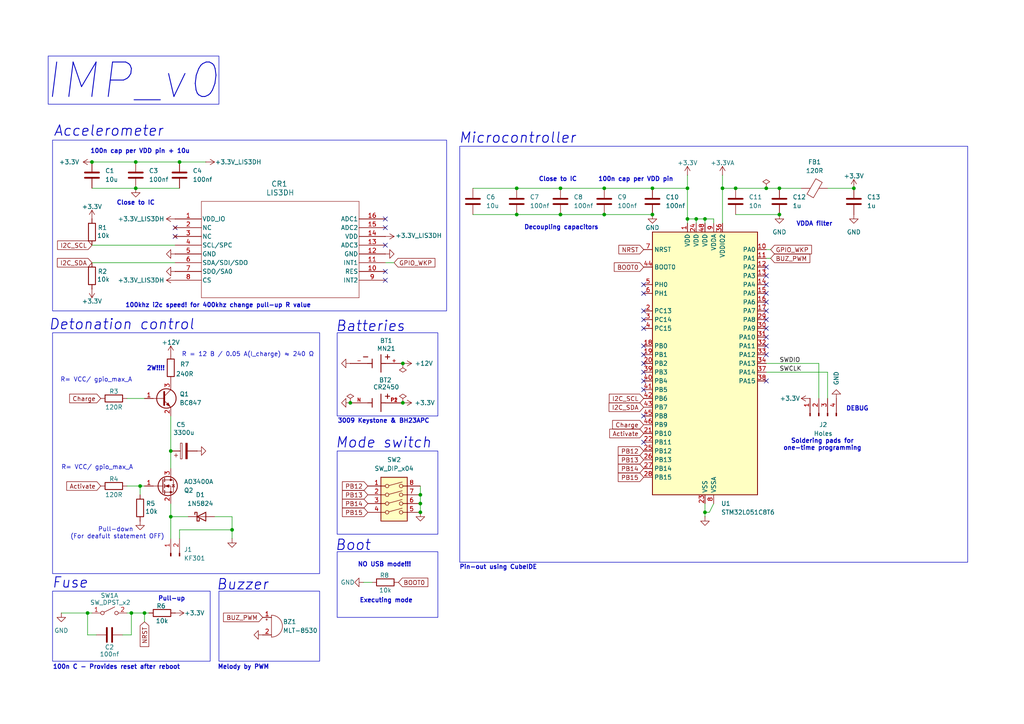
<source format=kicad_sch>
(kicad_sch (version 20250114) (generator "eeschema") (generator_version "9.0")
  (paper "A4")
  (lib_symbols
    (symbol "CR2450 holder:3009" (pin_names (offset 1.016))
      (property "Reference" "BT" (at -3.81 3.81 0))
      (property "Value" "3009" (at -3.81 -5.08 0))
      (symbol "3009_0_0"
        (polyline (pts (xy -3.81 1.905) (xy -2.54 1.905)) (stroke (width 0.254)))
        (polyline (pts (xy -3.175 2.54) (xy -3.175 1.27)) (stroke (width 0.254)))
        (polyline (pts (xy -1.27 2.54) (xy -1.27 -2.54)) (stroke (width 0.254)))
        (polyline (pts (xy -1.27 0) (xy -2.54 0)) (stroke (width 0.254)))
        (polyline (pts (xy 1.27 1.27) (xy 1.27 -1.27)) (stroke (width 0.254)))
        (polyline (pts (xy 1.27 0) (xy 2.54 0)) (stroke (width 0.254)))
        (pin passive line (at -7.62 0 0) (length 5.08) (name "~") (number "P1"))
        (pin passive line (at -7.62 0 0) (length 5.08) (name "~") (number "P2"))
        (pin passive line (at 7.62 0 180) (length 5.08) (name "~") (number "N"))
      )
    )
    (symbol "Connector:Conn_01x02_Pin" (pin_names (offset 1.016) (hide yes))
      (property "Reference" "J" (at 0 2.54 0))
      (property "Value" "Conn_01x02_Pin" (at 0 -5.08 0))
      (symbol "Conn_01x02_Pin_1_1"
        (rectangle (start 0.8636 0.127) (end 0 -0.127) (stroke (width 0.1524)) (fill (type outline)))
        (rectangle (start 0.8636 -2.413) (end 0 -2.667) (stroke (width 0.1524)) (fill (type outline)))
        (polyline (pts (xy 1.27 0) (xy 0.8636 0)) (stroke (width 0.1524)))
        (polyline (pts (xy 1.27 -2.54) (xy 0.8636 -2.54)) (stroke (width 0.1524)))
        (pin passive line (at 5.08 0 180) (length 3.81) (name "Pin_1") (number "1"))
        (pin passive line (at 5.08 -2.54 180) (length 3.81) (name "Pin_2") (number "2"))
      )
    )
    (symbol "Connector:Conn_01x04_Pin" (pin_names (offset 1.016) (hide yes))
      (property "Reference" "J" (at 0 5.08 0))
      (property "Value" "Conn_01x04_Pin" (at 0 -7.62 0))
      (symbol "Conn_01x04_Pin_1_1"
        (rectangle (start 0.8636 2.667) (end 0 2.413) (stroke (width 0.1524)) (fill (type outline)))
        (rectangle (start 0.8636 0.127) (end 0 -0.127) (stroke (width 0.1524)) (fill (type outline)))
        (rectangle (start 0.8636 -2.413) (end 0 -2.667) (stroke (width 0.1524)) (fill (type outline)))
        (rectangle (start 0.8636 -4.953) (end 0 -5.207) (stroke (width 0.1524)) (fill (type outline)))
        (polyline (pts (xy 1.27 2.54) (xy 0.8636 2.54)) (stroke (width 0.1524)))
        (polyline (pts (xy 1.27 0) (xy 0.8636 0)) (stroke (width 0.1524)))
        (polyline (pts (xy 1.27 -2.54) (xy 0.8636 -2.54)) (stroke (width 0.1524)))
        (polyline (pts (xy 1.27 -5.08) (xy 0.8636 -5.08)) (stroke (width 0.1524)))
        (pin passive line (at 5.08 2.54 180) (length 3.81) (name "Pin_1") (number "1"))
        (pin passive line (at 5.08 0 180) (length 3.81) (name "Pin_2") (number "2"))
        (pin passive line (at 5.08 -2.54 180) (length 3.81) (name "Pin_3") (number "3"))
        (pin passive line (at 5.08 -5.08 180) (length 3.81) (name "Pin_4") (number "4"))
      )
    )
    (symbol "Device:Buzzer" (pin_names (offset 0.0254) (hide yes))
      (property "Reference" "BZ" (at 3.81 1.27 0))
      (property "Value" "Buzzer" (at 3.81 -1.27 0))
      (symbol "Buzzer_0_1"
        (polyline (pts (xy -1.651 1.905) (xy -1.143 1.905)))
        (polyline (pts (xy -1.397 2.159) (xy -1.397 1.651)))
        (arc (start 0 3.175) (mid 3.1612 0) (end 0 -3.175))
        (polyline (pts (xy 0 3.175) (xy 0 -3.175)))
      )
      (symbol "Buzzer_1_1"
        (pin passive line (at -2.54 2.54 0) (length 2.54) (name "+") (number "1"))
        (pin passive line (at -2.54 -2.54 0) (length 2.54) (name "-") (number "2"))
      )
    )
    (symbol "Device:C" (pin_numbers (hide yes)) (pin_names (offset 0.254))
      (property "Reference" "C" (at 0.635 2.54 0))
      (property "Value" "C" (at 0.635 -2.54 0))
      (symbol "C_0_1"
        (polyline (pts (xy -2.032 0.762) (xy 2.032 0.762)) (stroke (width 0.508)))
        (polyline (pts (xy -2.032 -0.762) (xy 2.032 -0.762)) (stroke (width 0.508)))
      )
      (symbol "C_1_1"
        (pin passive line (at 0 3.81 270) (length 2.794) (name "~") (number "1"))
        (pin passive line (at 0 -3.81 90) (length 2.794) (name "~") (number "2"))
      )
    )
    (symbol "Device:C_Polarized" (pin_numbers (hide yes)) (pin_names (offset 0.254))
      (property "Reference" "C" (at 0.635 2.54 0))
      (property "Value" "C_Polarized" (at 0.635 -2.54 0))
      (symbol "C_Polarized_0_1"
        (rectangle (start -2.286 0.508) (end 2.286 1.016))
        (polyline (pts (xy -1.778 2.286) (xy -0.762 2.286)))
        (polyline (pts (xy -1.27 2.794) (xy -1.27 1.778)))
        (rectangle (start 2.286 -0.508) (end -2.286 -1.016) (fill (type outline)))
      )
      (symbol "C_Polarized_1_1"
        (pin passive line (at 0 3.81 270) (length 2.794) (name "~") (number "1"))
        (pin passive line (at 0 -3.81 90) (length 2.794) (name "~") (number "2"))
      )
    )
    (symbol "Device:FerriteBead" (pin_numbers (hide yes)) (pin_names (offset 0))
      (property "Reference" "FB" (at -3.81 0.635 90))
      (property "Value" "FerriteBead" (at 3.81 0 90))
      (symbol "FerriteBead_0_1"
        (polyline (pts (xy -2.7686 0.4064) (xy -1.7018 2.2606) (xy 2.7686 -0.3048) (xy 1.6764 -2.159) (xy -2.7686 0.4064)))
        (polyline (pts (xy 0 1.27) (xy 0 1.2954)))
        (polyline (pts (xy 0 -1.27) (xy 0 -1.2192)))
      )
      (symbol "FerriteBead_1_1"
        (pin passive line (at 0 3.81 270) (length 2.54) (name "~") (number "1"))
        (pin passive line (at 0 -3.81 90) (length 2.54) (name "~") (number "2"))
      )
    )
    (symbol "Device:R" (pin_numbers (hide yes)) (pin_names (offset 0))
      (property "Reference" "R" (at 2.032 0 90))
      (property "Value" "R" (at 0 0 90))
      (symbol "R_0_1"
        (rectangle (start -1.016 -2.54) (end 1.016 2.54) (stroke (width 0.254)))
      )
      (symbol "R_1_1"
        (pin passive line (at 0 3.81 270) (length 1.27) (name "~") (number "1"))
        (pin passive line (at 0 -3.81 90) (length 1.27) (name "~") (number "2"))
      )
    )
    (symbol "Diode:1N5822" (pin_numbers (hide yes)) (pin_names (offset 1.016) (hide yes))
      (property "Reference" "D" (at 0 2.54 0))
      (property "Value" "1N5822" (at 0 -2.54 0))
      (symbol "1N5822_0_1"
        (polyline (pts (xy -1.905 0.635) (xy -1.905 1.27) (xy -1.27 1.27) (xy -1.27 -1.27) (xy -0.635 -1.27) (xy -0.635 -0.635)) (stroke (width 0.254)))
        (polyline (pts (xy 1.27 1.27) (xy 1.27 -1.27) (xy -1.27 0) (xy 1.27 1.27)) (stroke (width 0.254)))
        (polyline (pts (xy 1.27 0) (xy -1.27 0)))
      )
      (symbol "1N5822_1_1"
        (pin passive line (at -3.81 0 0) (length 2.54) (name "K") (number "1"))
        (pin passive line (at 3.81 0 180) (length 2.54) (name "A") (number "2"))
      )
    )
    (symbol "IMP_LIB_SYM:BH23APC" (pin_names (offset 1.016))
      (property "Reference" "BT" (at -3.81 3.81 0))
      (property "Value" "BH23APC" (at -3.81 -5.08 0))
      (symbol "BH23APC_0_0"
        (polyline (pts (xy -3.81 1.905) (xy -2.54 1.905)) (stroke (width 0.254)))
        (polyline (pts (xy -3.175 2.54) (xy -3.175 1.27)) (stroke (width 0.254)))
        (polyline (pts (xy -1.27 2.54) (xy -1.27 0)) (stroke (width 0.254)))
        (polyline (pts (xy -1.27 0) (xy -2.54 0)) (stroke (width 0.254)))
        (polyline (pts (xy -1.27 0) (xy -1.27 -2.54)) (stroke (width 0.254)))
        (polyline (pts (xy 1.27 1.27) (xy 1.27 0)) (stroke (width 0.254)))
        (polyline (pts (xy 1.27 0) (xy 1.27 -1.27)) (stroke (width 0.254)))
        (polyline (pts (xy 1.27 0) (xy 2.54 0)) (stroke (width 0.254)))
        (polyline (pts (xy 2.54 1.905) (xy 3.81 1.905)) (stroke (width 0.254)))
        (pin passive line (at -7.62 0 0) (length 5.08) (name "~") (number "+"))
        (pin passive line (at 7.62 0 180) (length 5.08) (name "~") (number "-"))
      )
    )
    (symbol "LIS3DH:LIS3DH" (pin_names (offset 0.254))
      (property "Reference" "CR?" (at 30.226 10.16 0))
      (property "Value" "LIS3DH" (at 30.48 7.62 0))
      (symbol "LIS3DH_0_1"
        (polyline (pts (xy 7.62 5.08) (xy 7.62 -22.86)) (stroke (width 0.127)))
        (polyline (pts (xy 7.62 -22.86) (xy 53.34 -22.86)) (stroke (width 0.127)))
        (polyline (pts (xy 53.34 5.08) (xy 7.62 5.08)) (stroke (width 0.127)))
        (polyline (pts (xy 53.34 -22.86) (xy 53.34 5.08)) (stroke (width 0.127)))
        (pin power_in line (at 0 0 0) (length 7.62) (name "VDD_IO") (number "1"))
        (pin no_connect line (at 0 -2.54 0) (length 7.62) (name "NC") (number "2"))
        (pin no_connect line (at 0 -5.08 0) (length 7.62) (name "NC") (number "3"))
        (pin unspecified line (at 0 -7.62 0) (length 7.62) (name "SCL/SPC") (number "4"))
        (pin power_in line (at 0 -10.16 0) (length 7.62) (name "GND") (number "5"))
        (pin unspecified line (at 0 -12.7 0) (length 7.62) (name "SDA/SDI/SDO") (number "6"))
        (pin unspecified line (at 0 -15.24 0) (length 7.62) (name "SDO/SA0") (number "7"))
        (pin unspecified line (at 0 -17.78 0) (length 7.62) (name "CS") (number "8"))
        (pin input line (at 60.96 0 180) (length 7.62) (name "ADC1") (number "16"))
        (pin input line (at 60.96 -2.54 180) (length 7.62) (name "ADC2") (number "15"))
        (pin input line (at 60.96 -7.62 180) (length 7.62) (name "ADC3") (number "13"))
        (pin power_in line (at 60.96 -10.16 180) (length 7.62) (name "GND") (number "12"))
        (pin unspecified line (at 60.96 -12.7 180) (length 7.62) (name "INT1") (number "11"))
        (pin unspecified line (at 60.96 -15.24 180) (length 7.62) (name "RES") (number "10"))
        (pin unspecified line (at 60.96 -17.78 180) (length 7.62) (name "INT2") (number "9"))
      )
      (symbol "LIS3DH_1_1"
        (pin power_in line (at 60.96 -5.08 180) (length 7.62) (name "VDD") (number "14"))
      )
    )
    (symbol "MCU_ST_STM32L0:STM32L051C8Tx"
      (property "Reference" "U" (at -15.24 39.37 0))
      (property "Value" "STM32L051C8Tx" (at 7.62 39.37 0))
      (symbol "STM32L051C8Tx_0_1"
        (rectangle (start -15.24 -38.1) (end 15.24 38.1) (stroke (width 0.254)) (fill (type background)))
      )
      (symbol "STM32L051C8Tx_1_1"
        (pin input line (at -17.78 33.02 0) (length 2.54) (name "NRST") (number "7"))
        (pin input line (at -17.78 27.94 0) (length 2.54) (name "BOOT0") (number "44"))
        (pin bidirectional line (at -17.78 22.86 0) (length 2.54) (name "PH0") (number "5"))
        (pin bidirectional line (at -17.78 20.32 0) (length 2.54) (name "PH1") (number "6"))
        (pin bidirectional line (at -17.78 15.24 0) (length 2.54) (name "PC13") (number "2"))
        (pin bidirectional line (at -17.78 12.7 0) (length 2.54) (name "PC14") (number "3"))
        (pin bidirectional line (at -17.78 10.16 0) (length 2.54) (name "PC15") (number "4"))
        (pin bidirectional line (at -17.78 5.08 0) (length 2.54) (name "PB0") (number "18"))
        (pin bidirectional line (at -17.78 2.54 0) (length 2.54) (name "PB1") (number "19"))
        (pin bidirectional line (at -17.78 0 0) (length 2.54) (name "PB2") (number "20"))
        (pin bidirectional line (at -17.78 -2.54 0) (length 2.54) (name "PB3") (number "39"))
        (pin bidirectional line (at -17.78 -5.08 0) (length 2.54) (name "PB4") (number "40"))
        (pin bidirectional line (at -17.78 -7.62 0) (length 2.54) (name "PB5") (number "41"))
        (pin bidirectional line (at -17.78 -10.16 0) (length 2.54) (name "PB6") (number "42"))
        (pin bidirectional line (at -17.78 -12.7 0) (length 2.54) (name "PB7") (number "43"))
        (pin bidirectional line (at -17.78 -15.24 0) (length 2.54) (name "PB8") (number "45"))
        (pin bidirectional line (at -17.78 -17.78 0) (length 2.54) (name "PB9") (number "46"))
        (pin bidirectional line (at -17.78 -20.32 0) (length 2.54) (name "PB10") (number "21"))
        (pin bidirectional line (at -17.78 -22.86 0) (length 2.54) (name "PB11") (number "22"))
        (pin bidirectional line (at -17.78 -25.4 0) (length 2.54) (name "PB12") (number "25"))
        (pin bidirectional line (at -17.78 -27.94 0) (length 2.54) (name "PB13") (number "26"))
        (pin bidirectional line (at -17.78 -30.48 0) (length 2.54) (name "PB14") (number "27"))
        (pin bidirectional line (at -17.78 -33.02 0) (length 2.54) (name "PB15") (number "28"))
        (pin power_in line (at -5.08 40.64 270) (length 2.54) (name "VDD") (number "1"))
        (pin power_in line (at -2.54 40.64 270) (length 2.54) (name "VDD") (number "24"))
        (pin power_in line (at 0 40.64 270) (length 2.54) (name "VDD") (number "48"))
        (pin power_in line (at 0 -40.64 90) (length 2.54) (name "VSS") (number "23"))
        (pin passive line (at 0 -40.64 90) (length 2.54) (hide yes) (name "VSS") (number "35"))
        (pin passive line (at 0 -40.64 90) (length 2.54) (hide yes) (name "VSS") (number "47"))
        (pin power_in line (at 2.54 40.64 270) (length 2.54) (name "VDDA") (number "9"))
        (pin power_in line (at 2.54 -40.64 90) (length 2.54) (name "VSSA") (number "8"))
        (pin power_in line (at 5.08 40.64 270) (length 2.54) (name "VDDIO2") (number "36"))
        (pin bidirectional line (at 17.78 33.02 180) (length 2.54) (name "PA0") (number "10"))
        (pin bidirectional line (at 17.78 30.48 180) (length 2.54) (name "PA1") (number "11"))
        (pin bidirectional line (at 17.78 27.94 180) (length 2.54) (name "PA2") (number "12"))
        (pin bidirectional line (at 17.78 25.4 180) (length 2.54) (name "PA3") (number "13"))
        (pin bidirectional line (at 17.78 22.86 180) (length 2.54) (name "PA4") (number "14"))
        (pin bidirectional line (at 17.78 20.32 180) (length 2.54) (name "PA5") (number "15"))
        (pin bidirectional line (at 17.78 17.78 180) (length 2.54) (name "PA6") (number "16"))
        (pin bidirectional line (at 17.78 15.24 180) (length 2.54) (name "PA7") (number "17"))
        (pin bidirectional line (at 17.78 12.7 180) (length 2.54) (name "PA8") (number "29"))
        (pin bidirectional line (at 17.78 10.16 180) (length 2.54) (name "PA9") (number "30"))
        (pin bidirectional line (at 17.78 7.62 180) (length 2.54) (name "PA10") (number "31"))
        (pin bidirectional line (at 17.78 5.08 180) (length 2.54) (name "PA11") (number "32"))
        (pin bidirectional line (at 17.78 2.54 180) (length 2.54) (name "PA12") (number "33"))
        (pin bidirectional line (at 17.78 0 180) (length 2.54) (name "PA13") (number "34"))
        (pin bidirectional line (at 17.78 -2.54 180) (length 2.54) (name "PA14") (number "37"))
        (pin bidirectional line (at 17.78 -5.08 180) (length 2.54) (name "PA15") (number "38"))
      )
    )
    (symbol "Switch:SW_DIP_x04" (pin_names (offset 0) (hide yes))
      (property "Reference" "SW" (at 0 8.89 0))
      (property "Value" "SW_DIP_x04" (at 0 -6.35 0))
      (symbol "SW_DIP_x04_0_0"
        (circle (center -2.032 5.08) (radius 0.508))
        (circle (center -2.032 2.54) (radius 0.508))
        (circle (center -2.032 0) (radius 0.508))
        (circle (center -2.032 -2.54) (radius 0.508))
        (polyline (pts (xy -1.524 5.207) (xy 2.3622 6.2484)))
        (polyline (pts (xy -1.524 2.667) (xy 2.3622 3.7084)))
        (polyline (pts (xy -1.524 0.127) (xy 2.3622 1.1684)))
        (polyline (pts (xy -1.524 -2.3876) (xy 2.3622 -1.3462)))
        (circle (center 2.032 5.08) (radius 0.508))
        (circle (center 2.032 2.54) (radius 0.508))
        (circle (center 2.032 0) (radius 0.508))
        (circle (center 2.032 -2.54) (radius 0.508))
      )
      (symbol "SW_DIP_x04_0_1"
        (rectangle (start -3.81 7.62) (end 3.81 -5.08) (stroke (width 0.254)) (fill (type background)))
      )
      (symbol "SW_DIP_x04_1_1"
        (pin passive line (at -7.62 5.08 0) (length 5.08) (name "~") (number "1"))
        (pin passive line (at -7.62 2.54 0) (length 5.08) (name "~") (number "2"))
        (pin passive line (at -7.62 0 0) (length 5.08) (name "~") (number "3"))
        (pin passive line (at -7.62 -2.54 0) (length 5.08) (name "~") (number "4"))
        (pin passive line (at 7.62 5.08 180) (length 5.08) (name "~") (number "8"))
        (pin passive line (at 7.62 2.54 180) (length 5.08) (name "~") (number "7"))
        (pin passive line (at 7.62 0 180) (length 5.08) (name "~") (number "6"))
        (pin passive line (at 7.62 -2.54 180) (length 5.08) (name "~") (number "5"))
      )
    )
    (symbol "Switch:SW_DPST_x2" (pin_names (offset 0) (hide yes))
      (property "Reference" "SW" (at 0 3.175 0))
      (property "Value" "SW_DPST_x2" (at 0 -2.54 0))
      (symbol "SW_DPST_x2_0_0"
        (circle (center -2.032 0) (radius 0.508))
        (polyline (pts (xy -1.524 0.254) (xy 1.524 1.778)))
        (circle (center 2.032 0) (radius 0.508))
      )
      (symbol "SW_DPST_x2_1_1"
        (pin passive line (at -5.08 0 0) (length 2.54) (name "A") (number "1"))
        (pin passive line (at 5.08 0 180) (length 2.54) (name "B") (number "2"))
      )
      (symbol "SW_DPST_x2_2_1"
        (pin passive line (at -5.08 0 0) (length 2.54) (name "A") (number "3"))
        (pin passive line (at 5.08 0 180) (length 2.54) (name "B") (number "4"))
      )
    )
    (symbol "Transistor_BJT:BC847" (pin_names (offset 0) (hide yes))
      (property "Reference" "Q" (at 5.08 1.905 0))
      (property "Value" "BC847" (at 5.08 0 0))
      (symbol "BC847_0_1"
        (polyline (pts (xy -2.54 0) (xy 0.635 0)))
        (polyline (pts (xy 0.635 1.905) (xy 0.635 -1.905)) (stroke (width 0.508)))
        (circle (center 1.27 0) (radius 2.8194) (stroke (width 0.254)))
      )
      (symbol "BC847_1_1"
        (polyline (pts (xy 0.635 0.635) (xy 2.54 2.54)))
        (polyline (pts (xy 0.635 -0.635) (xy 2.54 -2.54)))
        (polyline (pts (xy 1.27 -1.778) (xy 1.778 -1.27) (xy 2.286 -2.286) (xy 1.27 -1.778)) (fill (type outline)))
        (pin input line (at -5.08 0 0) (length 2.54) (name "B") (number "1"))
        (pin passive line (at 2.54 5.08 270) (length 2.54) (name "C") (number "3"))
        (pin passive line (at 2.54 -5.08 90) (length 2.54) (name "E") (number "2"))
      )
    )
    (symbol "Transistor_FET:AO3400A" (pin_names (offset 0) (hide yes))
      (property "Reference" "Q" (at 5.08 1.905 0))
      (property "Value" "AO3400A" (at 5.08 0 0))
      (symbol "AO3400A_0_1"
        (polyline (pts (xy 0.254 1.905) (xy 0.254 -1.905)) (stroke (width 0.254)))
        (polyline (pts (xy 0.254 0) (xy -2.54 0)))
        (polyline (pts (xy 0.762 2.286) (xy 0.762 1.27)) (stroke (width 0.254)))
        (polyline (pts (xy 0.762 0.508) (xy 0.762 -0.508)) (stroke (width 0.254)))
        (polyline (pts (xy 0.762 -1.27) (xy 0.762 -2.286)) (stroke (width 0.254)))
        (polyline (pts (xy 0.762 -1.778) (xy 3.302 -1.778) (xy 3.302 1.778) (xy 0.762 1.778)))
        (polyline (pts (xy 1.016 0) (xy 2.032 0.381) (xy 2.032 -0.381) (xy 1.016 0)) (fill (type outline)))
        (circle (center 1.651 0) (radius 2.794) (stroke (width 0.254)))
        (polyline (pts (xy 2.54 2.54) (xy 2.54 1.778)))
        (circle (center 2.54 1.778) (radius 0.254) (fill (type outline)))
        (circle (center 2.54 -1.778) (radius 0.254) (fill (type outline)))
        (polyline (pts (xy 2.54 -2.54) (xy 2.54 0) (xy 0.762 0)))
        (polyline (pts (xy 2.921 0.381) (xy 3.683 0.381)))
        (polyline (pts (xy 3.302 0.381) (xy 2.921 -0.254) (xy 3.683 -0.254) (xy 3.302 0.381)))
      )
      (symbol "AO3400A_1_1"
        (pin input line (at -5.08 0 0) (length 2.54) (name "G") (number "1"))
        (pin passive line (at 2.54 5.08 270) (length 2.54) (name "D") (number "3"))
        (pin passive line (at 2.54 -5.08 90) (length 2.54) (name "S") (number "2"))
      )
    )
    (symbol "power:+3.3V" (power) (pin_numbers (hide yes)) (pin_names (offset 0) (hide yes))
      (property "Value" "+3.3V" (at 0 3.556 0))
      (symbol "+3.3V_0_1"
        (polyline (pts (xy -0.762 1.27) (xy 0 2.54)))
        (polyline (pts (xy 0 2.54) (xy 0.762 1.27)))
        (polyline (pts (xy 0 0) (xy 0 2.54)))
      )
      (symbol "+3.3V_1_1"
        (pin power_in line (at 0 0 90) (length 0) (name "~") (number "1"))
      )
    )
    (symbol "power:+3.3VA" (power) (pin_numbers (hide yes)) (pin_names (offset 0) (hide yes))
      (property "Value" "+3.3VA" (at 0 3.556 0))
      (symbol "+3.3VA_0_1"
        (polyline (pts (xy -0.762 1.27) (xy 0 2.54)))
        (polyline (pts (xy 0 2.54) (xy 0.762 1.27)))
        (polyline (pts (xy 0 0) (xy 0 2.54)))
      )
      (symbol "+3.3VA_1_1"
        (pin power_in line (at 0 0 90) (length 0) (name "~") (number "1"))
      )
    )
    (symbol "power:GND" (power) (pin_numbers (hide yes)) (pin_names (offset 0) (hide yes))
      (property "Value" "GND" (at 0 -3.81 0))
      (symbol "GND_0_1"
        (polyline (pts (xy 0 0) (xy 0 -1.27) (xy 1.27 -1.27) (xy 0 -2.54) (xy -1.27 -1.27) (xy 0 -1.27)))
      )
      (symbol "GND_1_1"
        (pin power_in line (at 0 0 270) (length 0) (name "~") (number "1"))
      )
    )
    (symbol "power:PWR_FLAG" (power) (pin_numbers (hide yes)) (pin_names (offset 0) (hide yes))
      (property "Value" "PWR_FLAG" (at 0 3.81 0))
      (symbol "PWR_FLAG_0_0"
        (pin power_out line (at 0 0 90) (length 0) (name "~") (number "1"))
      )
      (symbol "PWR_FLAG_0_1"
        (polyline (pts (xy 0 0) (xy 0 1.27) (xy -1.016 1.905) (xy 0 2.54) (xy 1.016 1.905) (xy 0 1.27)))
      )
    )
  )
  (rectangle (start 97.79 160.02) (end 127 179.07))
  (rectangle (start 97.79 130.81) (end 127 154.94))
  (rectangle (start 13.97 16.256) (end 63.5 30.226))
  (rectangle (start 133.35 42.418) (end 280.67 163.068))
  (rectangle (start 97.79 96.52) (end 127 120.65))
  (rectangle (start 15.24 171.45) (end 60.96 191.77))
  (rectangle (start 15.24 40.64) (end 129.54 90.17))
  (rectangle (start 15.24 96.52) (end 92.71 166.37))
  (rectangle (start 63.5 171.45) (end 92.71 191.77))
  (text "IMP_v0" (at 38.354 23.622 0) (effects (font (size 10 10) (thickness 0.254) (bold yes) (italic yes))))
  (text "DEBUG" (at 248.666 118.618 0) (effects (font (size 1.27 1.27) (thickness 0.254) (bold yes))))
  (text "Accelerometer" (at 31.496 38.1 0) (effects (font (size 3 3) (thickness 0.254) (bold yes) (italic yes))))
  (text "Melody by PWM" (at 70.612 193.548 0) (effects (font (size 1.27 1.27) (thickness 0.254) (bold yes))))
  (text "R= VCC/ gpio_max_A" (at 28.194 135.636 0) (effects (font (size 1.27 1.27))))
  (text "R = 12 В / 0.05 А(I_charge) ≈ 240 Ω " (at 72.39 102.87 0) (effects (font (size 1.27 1.27))))
  (text "Pull-up\n" (at 49.784 173.736 0) (effects (font (size 1.27 1.27) (thickness 0.254) (bold yes))))
  (text "Decoupling capacitors" (at 162.814 66.04 0) (effects (font (size 1.27 1.27) (thickness 0.254) (bold yes))))
  (text "Mode switch" (at 111.252 128.524 0) (effects (font (size 3 3) (thickness 0.254) (bold yes) (italic yes))))
  (text "100khz i2c speed! for 400khz change pull-up R value " (at 63.754 88.646 0) (effects (font (size 1.27 1.27) (thickness 0.254) (bold yes))))
  (text "Soldering pads for \none-time programming " (at 239.014 129.032 0) (effects (font (size 1.27 1.27) (thickness 0.254) (bold yes))))
  (text "R= VCC/ gpio_max_A" (at 27.9333 110.2282 0) (effects (font (size 1.27 1.27))))
  (text "2W!!!!" (at 45.212 106.934 0) (effects (font (size 1.27 1.27) (thickness 0.254) (bold yes))))
  (text "Detonation control" (at 35.306 94.234 0) (effects (font (size 3 3) (thickness 0.254) (bold yes) (italic yes))))
  (text "Boot\n" (at 102.362 158.242 0) (effects (font (size 3 3) (thickness 0.254) (bold yes) (italic yes))))
  (text "Executing mode\n" (at 112.014 174.244 0) (effects (font (size 1.27 1.27) (thickness 0.254) (bold yes))))
  (text "Pin-out using CubeIDE" (at 144.526 164.592 0) (effects (font (size 1.27 1.27) (thickness 0.254) (bold yes))))
  (text "NO USB mode!!! " (at 112.014 163.83 0) (effects (font (size 1.27 1.27) (thickness 0.254) (bold yes))))
  (text "100n cap per VDD pin" (at 184.404 52.07 0) (effects (font (size 1.27 1.27) (thickness 0.254) (bold yes))))
  (text "Buzzer" (at 70.358 169.672 0) (effects (font (size 3 3) (thickness 0.254) (bold yes) (italic yes))))
  (text "3009 Keystone & BH23APC" (at 111.252 122.174 0) (effects (font (size 1.27 1.27) (thickness 0.254) (bold yes))))
  (text "Fuse\n" (at 20.32 169.164 0) (effects (font (size 3 3) (thickness 0.254) (bold yes) (italic yes))))
  (text "Batteries" (at 107.442 94.742 0) (effects (font (size 3 3) (thickness 0.254) (bold yes) (italic yes))))
  (text "VDDA filter" (at 236.22 65.024 0) (effects (font (size 1.27 1.27) (thickness 0.254) (bold yes))))
  (text "100n cap per VDD pin + 10u\n" (at 40.64 43.942 0) (effects (font (size 1.27 1.27) (thickness 0.254) (bold yes))))
  (text "Close to IC" (at 39.37 58.928 0) (effects (font (size 1.27 1.27) (thickness 0.254) (bold yes))))
  (text "100n C - Provides reset after reboot" (at 33.782 193.548 0) (effects (font (size 1.27 1.27) (thickness 0.254) (bold yes))))
  (text "Pull-down \n(For deafult statement OFF)" (at 34.036 154.686 0) (effects (font (size 1.27 1.27))))
  (text "Close to IC" (at 161.798 52.07 0) (effects (font (size 1.27 1.27) (thickness 0.254) (bold yes))))
  (text "Microcontroller\n" (at 150.114 40.132 0) (effects (font (size 3 3) (thickness 0.254) (bold yes) (italic yes))))
  (junction (at 121.92 148.59))
  (junction (at 199.39 63.5))
  (junction (at 116.84 105.41))
  (junction (at 247.65 54.61))
  (junction (at 189.23 54.61))
  (junction (at 201.93 63.5))
  (junction (at 199.39 54.61))
  (junction (at 189.23 62.23))
  (junction (at 121.92 143.51))
  (junction (at 121.92 146.05))
  (junction (at 40.64 140.97))
  (junction (at 101.6 116.84))
  (junction (at 41.91 177.8))
  (junction (at 209.55 54.61))
  (junction (at 204.47 63.5))
  (junction (at 116.84 116.84))
  (junction (at 162.56 54.61))
  (junction (at 38.1 177.8))
  (junction (at 26.67 46.99))
  (junction (at 175.26 54.61))
  (junction (at 226.06 54.61))
  (junction (at 226.06 62.23))
  (junction (at 162.56 62.23))
  (junction (at 175.26 62.23))
  (junction (at 222.25 54.61))
  (junction (at 49.53 149.86))
  (junction (at 39.37 54.61))
  (junction (at 67.31 153.67))
  (junction (at 49.53 130.81))
  (junction (at 25.4 177.8))
  (junction (at 149.86 62.23))
  (junction (at 52.07 46.99))
  (junction (at 213.36 54.61))
  (junction (at 149.86 54.61))
  (junction (at 204.47 148.59))
  (junction (at 39.37 46.99))
  (no_connect (at 186.69 82.55))
  (no_connect (at 222.25 97.79))
  (no_connect (at 186.69 85.09))
  (no_connect (at 222.25 85.09))
  (no_connect (at 111.76 81.28))
  (no_connect (at 186.69 90.17))
  (no_connect (at 186.69 102.87))
  (no_connect (at 186.69 113.03))
  (no_connect (at 222.25 110.49))
  (no_connect (at 186.69 120.65))
  (no_connect (at 222.25 100.33))
  (no_connect (at 222.25 80.01))
  (no_connect (at 50.8 66.04))
  (no_connect (at 222.25 95.25))
  (no_connect (at 111.76 71.12))
  (no_connect (at 111.76 63.5))
  (no_connect (at 222.25 102.87))
  (no_connect (at 50.8 68.58))
  (no_connect (at 222.25 90.17))
  (no_connect (at 111.76 78.74))
  (no_connect (at 186.69 95.25))
  (no_connect (at 222.25 77.47))
  (no_connect (at 186.69 92.71))
  (no_connect (at 222.25 87.63))
  (no_connect (at 222.25 82.55))
  (no_connect (at 186.69 128.27))
  (no_connect (at 111.76 66.04))
  (no_connect (at 186.69 107.95))
  (no_connect (at 186.69 100.33))
  (no_connect (at 222.25 92.71))
  (no_connect (at 186.69 110.49))
  (no_connect (at 186.69 105.41))
  (wire (pts (xy 36.83 177.8) (xy 38.1 177.8)))
  (wire (pts (xy 213.36 54.61) (xy 222.25 54.61)))
  (wire (pts (xy 189.23 54.61) (xy 199.39 54.61)))
  (wire (pts (xy 59.69 46.99) (xy 52.07 46.99)))
  (wire (pts (xy 52.07 156.21) (xy 52.07 153.67)))
  (wire (pts (xy 162.56 54.61) (xy 175.26 54.61)))
  (wire (pts (xy 207.01 64.77) (xy 207.01 63.5)))
  (wire (pts (xy 39.37 54.61) (xy 26.67 54.61)))
  (wire (pts (xy 199.39 54.61) (xy 199.39 63.5)))
  (wire (pts (xy 207.01 63.5) (xy 204.47 63.5)))
  (wire (pts (xy 207.01 146.05) (xy 205.74 148.59)))
  (wire (pts (xy 49.53 135.89) (xy 49.53 130.81)))
  (wire (pts (xy 223.52 72.39) (xy 222.25 72.39)))
  (wire (pts (xy 41.91 180.34) (xy 41.91 177.8)))
  (wire (pts (xy 222.25 105.41) (xy 237.49 105.41)))
  (wire (pts (xy 36.83 140.97) (xy 40.64 140.97)))
  (wire (pts (xy 62.23 149.86) (xy 67.31 149.86)))
  (wire (pts (xy 39.37 54.61) (xy 52.07 54.61)))
  (wire (pts (xy 232.41 54.61) (xy 226.06 54.61)))
  (wire (pts (xy 175.26 62.23) (xy 162.56 62.23)))
  (wire (pts (xy 40.64 140.97) (xy 41.91 140.97)))
  (wire (pts (xy 35.56 184.15) (xy 38.1 184.15)))
  (wire (pts (xy 199.39 50.8) (xy 199.39 54.61)))
  (wire (pts (xy 17.78 177.8) (xy 25.4 177.8)))
  (wire (pts (xy 137.16 62.23) (xy 149.86 62.23)))
  (wire (pts (xy 204.47 146.05) (xy 204.47 148.59)))
  (wire (pts (xy 137.16 54.61) (xy 149.86 54.61)))
  (wire (pts (xy 121.92 148.59) (xy 121.92 146.05)))
  (wire (pts (xy 240.03 54.61) (xy 247.65 54.61)))
  (wire (pts (xy 213.36 54.61) (xy 209.55 54.61)))
  (wire (pts (xy 40.64 143.51) (xy 40.64 140.97)))
  (wire (pts (xy 209.55 54.61) (xy 209.55 50.8)))
  (wire (pts (xy 222.25 107.95) (xy 240.03 107.95)))
  (wire (pts (xy 114.3 76.2) (xy 111.76 76.2)))
  (wire (pts (xy 175.26 62.23) (xy 189.23 62.23)))
  (wire (pts (xy 49.53 120.65) (xy 49.53 130.81)))
  (wire (pts (xy 121.92 146.05) (xy 121.92 143.51)))
  (wire (pts (xy 237.49 105.41) (xy 237.49 115.57)))
  (wire (pts (xy 201.93 64.77) (xy 201.93 63.5)))
  (wire (pts (xy 26.67 71.12) (xy 50.8 71.12)))
  (wire (pts (xy 25.4 184.15) (xy 25.4 177.8)))
  (wire (pts (xy 107.95 168.91) (xy 105.41 168.91)))
  (wire (pts (xy 39.37 46.99) (xy 52.07 46.99)))
  (wire (pts (xy 226.06 62.23) (xy 213.36 62.23)))
  (wire (pts (xy 67.31 149.86) (xy 67.31 153.67)))
  (wire (pts (xy 204.47 64.77) (xy 204.47 63.5)))
  (wire (pts (xy 121.92 140.97) (xy 121.92 143.51)))
  (wire (pts (xy 240.03 107.95) (xy 240.03 115.57)))
  (wire (pts (xy 49.53 156.21) (xy 49.53 149.86)))
  (wire (pts (xy 25.4 177.8) (xy 26.67 177.8)))
  (wire (pts (xy 26.67 46.99) (xy 39.37 46.99)))
  (wire (pts (xy 43.18 177.8) (xy 41.91 177.8)))
  (wire (pts (xy 223.52 74.93) (xy 222.25 74.93)))
  (wire (pts (xy 27.94 184.15) (xy 25.4 184.15)))
  (wire (pts (xy 54.61 149.86) (xy 49.53 149.86)))
  (wire (pts (xy 199.39 64.77) (xy 199.39 63.5)))
  (wire (pts (xy 175.26 54.61) (xy 189.23 54.61)))
  (wire (pts (xy 204.47 148.59) (xy 204.47 149.86)))
  (wire (pts (xy 38.1 177.8) (xy 41.91 177.8)))
  (wire (pts (xy 149.86 54.61) (xy 162.56 54.61)))
  (wire (pts (xy 52.07 153.67) (xy 67.31 153.67)))
  (wire (pts (xy 38.1 184.15) (xy 38.1 177.8)))
  (wire (pts (xy 36.83 115.57) (xy 41.91 115.57)))
  (wire (pts (xy 26.67 76.2) (xy 50.8 76.2)))
  (wire (pts (xy 149.86 62.23) (xy 162.56 62.23)))
  (wire (pts (xy 201.93 63.5) (xy 199.39 63.5)))
  (wire (pts (xy 222.25 54.61) (xy 226.06 54.61)))
  (wire (pts (xy 205.74 148.59) (xy 204.47 148.59)))
  (wire (pts (xy 49.53 149.86) (xy 49.53 146.05)))
  (wire (pts (xy 209.55 64.77) (xy 209.55 54.61)))
  (wire (pts (xy 67.31 153.67) (xy 67.31 156.21)))
  (wire (pts (xy 204.47 63.5) (xy 201.93 63.5)))
  (label "SWDIO" (at 226.06 105.41 0))
  (label "SWCLK" (at 226.06 107.95 0))
  (global_label "Charge" (shape input) (at 29.21 115.57 180) (property "Intersheetrefs" "${INTERSHEET_REFS}" (effects (hide yes))))
  (global_label "NRST" (shape input) (at 41.91 180.34 270) (property "Intersheetrefs" "${INTERSHEET_REFS}" (effects (hide yes))))
  (global_label "BOOT0" (shape input) (at 186.69 77.47 180) (property "Intersheetrefs" "${INTERSHEET_REFS}" (effects (hide yes))))
  (global_label "PB12" (shape input) (at 186.69 130.81 180) (property "Intersheetrefs" "${INTERSHEET_REFS}" (effects (hide yes))))
  (global_label "PB14" (shape input) (at 186.69 135.89 180) (property "Intersheetrefs" "${INTERSHEET_REFS}" (effects (hide yes))))
  (global_label "PB13" (shape input) (at 106.68 143.51 180) (property "Intersheetrefs" "${INTERSHEET_REFS}" (effects (hide yes))))
  (global_label "PB13" (shape input) (at 186.69 133.35 180) (property "Intersheetrefs" "${INTERSHEET_REFS}" (effects (hide yes))))
  (global_label "BOOT0" (shape input) (at 115.57 168.91 0) (property "Intersheetrefs" "${INTERSHEET_REFS}" (effects (hide yes))))
  (global_label "I2C_SCL" (shape input) (at 186.69 115.57 180) (property "Intersheetrefs" "${INTERSHEET_REFS}" (effects (hide yes))))
  (global_label "BUZ_PWM" (shape input) (at 76.2 179.07 180) (property "Intersheetrefs" "${INTERSHEET_REFS}" (effects (hide yes))))
  (global_label "I2C_SCL" (shape input) (at 26.67 71.12 180) (property "Intersheetrefs" "${INTERSHEET_REFS}" (effects (hide yes))))
  (global_label "I2C_SDA" (shape input) (at 26.67 76.2 180) (property "Intersheetrefs" "${INTERSHEET_REFS}" (effects (hide yes))))
  (global_label "Activate" (shape input) (at 29.21 140.97 180) (property "Intersheetrefs" "${INTERSHEET_REFS}" (effects (hide yes))))
  (global_label "GPIO_WKP" (shape input) (at 223.52 72.39 0) (property "Intersheetrefs" "${INTERSHEET_REFS}" (effects (hide yes))))
  (global_label "PB15" (shape input) (at 186.69 138.43 180) (property "Intersheetrefs" "${INTERSHEET_REFS}" (effects (hide yes))))
  (global_label "PB12" (shape input) (at 106.68 140.97 180) (property "Intersheetrefs" "${INTERSHEET_REFS}" (effects (hide yes))))
  (global_label "PB15" (shape input) (at 106.68 148.59 180) (property "Intersheetrefs" "${INTERSHEET_REFS}" (effects (hide yes))))
  (global_label "I2C_SDA" (shape input) (at 186.69 118.11 180) (property "Intersheetrefs" "${INTERSHEET_REFS}" (effects (hide yes))))
  (global_label "NRST" (shape input) (at 186.69 72.39 180) (property "Intersheetrefs" "${INTERSHEET_REFS}" (effects (hide yes))))
  (global_label "Activate" (shape input) (at 186.69 125.73 180) (property "Intersheetrefs" "${INTERSHEET_REFS}" (effects (hide yes))))
  (global_label "PB14" (shape input) (at 106.68 146.05 180) (property "Intersheetrefs" "${INTERSHEET_REFS}" (effects (hide yes))))
  (global_label "GPIO_WKP" (shape input) (at 114.3 76.2 0) (property "Intersheetrefs" "${INTERSHEET_REFS}" (effects (hide yes))))
  (global_label "Charge" (shape input) (at 186.69 123.19 180) (property "Intersheetrefs" "${INTERSHEET_REFS}" (effects (hide yes))))
  (global_label "BUZ_PWM" (shape input) (at 223.52 74.93 0) (property "Intersheetrefs" "${INTERSHEET_REFS}" (effects (hide yes))))
  (symbol (lib_id "power:GND") (at 247.65 62.23 0) (unit 1)
    (property "Reference" "#PWR033" (effects (hide yes)))
    (property "Value" "GND" (at 247.65 67.31 0))
    (property "Description" "Power symbol creates a global label with name \"GND\" , ground" (effects (hide yes)))
  )
  (symbol (lib_id "power:+3.3V") (at 50.8 177.8 270) (unit 1)
    (property "Reference" "#PWR012" (effects (hide yes)))
    (property "Value" "+3.3V" (at 56.388 177.8 90))
    (property "Description" "Power symbol creates a global label with name \"+3.3V\"" (effects (hide yes)))
  )
  (symbol (lib_id "Device:C") (at 175.26 58.42 0) (unit 1)
    (property "Reference" "C9" (at 179.07 57.1499 0) (effects (justify left)))
    (property "Value" "100nf" (at 179.07 59.6899 0) (effects (justify left)))
    (property "Footprint" "Capacitor_SMD:C_01005_0402Metric" (effects (hide yes)))
    (property "Description" "Unpolarized capacitor" (effects (hide yes)))
  )
  (symbol (lib_id "Device:C") (at 39.37 50.8 0) (unit 1)
    (property "Reference" "C3" (at 43.18 49.5299 0) (effects (justify left)))
    (property "Value" "100nf" (at 43.18 52.0699 0) (effects (justify left)))
    (property "Footprint" "Capacitor_SMD:C_01005_0402Metric" (effects (hide yes)))
    (property "Description" "Unpolarized capacitor" (effects (hide yes)))
  )
  (symbol (lib_id "Connector:Conn_01x04_Pin") (at 237.49 120.65 90) (unit 1)
    (property "Reference" "J2" (at 238.76 123.19 90))
    (property "Value" "Holes" (at 238.76 125.73 90))
    (property "Footprint" "Connector_JST:JST_SH_SM04B-SRSS-TB_1x04-1MP_P1.00mm_Horizontal" (effects (hide yes)))
    (property "Description" "Generic connector, single row, 01x04, script generated" (effects (hide yes)))
  )
  (symbol (lib_id "MCU_ST_STM32L0:STM32L051C8Tx") (at 204.47 105.41 0) (unit 1)
    (property "Reference" "U1" (at 209.1533 146.05 0) (effects (justify left)))
    (property "Value" "STM32L051C8T6" (at 209.1533 148.59 0) (effects (justify left)))
    (property "Footprint" "Package_QFP:LQFP-48_7x7mm_P0.5mm" (effects (hide yes)))
    (property "Datasheet" "https://www.st.com/resource/en/datasheet/stm32l051c8.pdf" (effects (hide yes)))
    (property "Description" "STMicroelectronics Arm Cortex-M0+ MCU, 64KB flash, 8KB RAM, 32 MHz, 1.65-3.6V, 37 GPIO, LQFP48" (effects (hide yes)))
  )
  (symbol (lib_id "power:GND") (at 39.37 54.61 0) (unit 1)
    (property "Reference" "#PWR05" (effects (hide yes)))
    (property "Value" "GND" (effects (hide yes)))
    (property "Description" "Power symbol creates a global label with name \"GND\" , ground" (effects (hide yes)))
  )
  (symbol (lib_id "power:+3.3V") (at 234.95 115.57 90) (unit 1)
    (property "Reference" "#PWR030" (effects (hide yes)))
    (property "Value" "+3.3V" (at 229.108 115.57 90))
    (property "Description" "Power symbol creates a global label with name \"+3.3V\"" (effects (hide yes)))
  )
  (symbol (lib_id "Device:R") (at 33.02 140.97 270) (mirror x) (unit 1)
    (property "Reference" "R4" (at 33.02 138.938 90))
    (property "Value" "120R" (at 33.02 143.51 90))
    (property "Footprint" "Resistor_SMD:R_01005_0402Metric" (effects (hide yes)))
    (property "Description" "Resistor" (effects (hide yes)))
  )
  (symbol (lib_id "power:GND") (at 17.78 177.8 0) (unit 1)
    (property "Reference" "#PWR01" (effects (hide yes)))
    (property "Value" "GND" (at 17.78 182.88 0))
    (property "Description" "Power symbol creates a global label with name \"GND\" , ground" (effects (hide yes)))
  )
  (symbol (lib_id "Switch:SW_DIP_x04") (at 114.3 146.05 0) (unit 1)
    (property "Reference" "SW2" (at 114.3 133.35 0))
    (property "Value" "SW_DIP_x04" (at 114.3 135.89 0))
    (property "Footprint" "IMP_LIB:SW_A6S-4101-H_OMR" (effects (hide yes)))
    (property "Description" "4x DIP Switch, Single Pole Single Throw (SPST) switch, small symbol" (effects (hide yes)))
  )
  (symbol (lib_id "power:+3.3V") (at 50.8 81.28 90) (unit 1)
    (property "Reference" "#PWR011" (effects (hide yes)))
    (property "Value" "+3.3V_LIS3DH" (at 40.894 81.28 90))
    (property "Description" "Power symbol creates a global label with name \"+3.3V\"" (effects (hide yes)))
  )
  (symbol (lib_id "Switch:SW_DPST_x2") (at 31.75 177.8 0) (unit 1)
    (property "Reference" "SW1" (at 31.75 172.72 0))
    (property "Value" "SW_DPST_x2" (at 32.004 174.752 0))
    (property "Footprint" "Button_Switch_THT:SW_XKB_DM1-16UP-1" (effects (hide yes)))
    (property "Description" "Single Pole Single Throw (SPST) switch, separate symbol" (effects (hide yes)))
  )
  (symbol (lib_id "power:GND") (at 76.2 184.15 270) (unit 1)
    (property "Reference" "#PWR016" (effects (hide yes)))
    (property "Value" "GND" (effects (hide yes)))
    (property "Description" "Power symbol creates a global label with name \"GND\" , ground" (effects (hide yes)))
  )
  (symbol (lib_id "power:+3.3V") (at 199.39 50.8 0) (unit 1)
    (property "Reference" "#PWR026" (effects (hide yes)))
    (property "Value" "+3.3V" (at 199.39 47.244 0))
    (property "Description" "Power symbol creates a global label with name \"+3.3V\"" (effects (hide yes)))
  )
  (symbol (lib_id "power:+3.3VA") (at 209.55 50.8 0) (unit 1)
    (property "Reference" "#PWR028" (effects (hide yes)))
    (property "Value" "+3.3VA" (at 209.55 47.244 0))
    (property "Description" "Power symbol creates a global label with name \"+3.3VA\"" (effects (hide yes)))
  )
  (symbol (lib_id "power:PWR_FLAG") (at 222.25 54.61 0) (unit 1)
    (property "Reference" "#FLG04" (effects (hide yes)))
    (property "Value" "PWR_FLAG" (effects (hide yes)))
    (property "Description" "Special symbol for telling ERC where power comes from" (effects (hide yes)))
  )
  (symbol (lib_id "power:GND") (at 121.92 148.59 0) (unit 1)
    (property "Reference" "#PWR024" (effects (hide yes)))
    (property "Value" "GND" (effects (hide yes)))
    (property "Description" "Power symbol creates a global label with name \"GND\" , ground" (effects (hide yes)))
  )
  (symbol (lib_id "power:GND") (at 226.06 62.23 0) (unit 1)
    (property "Reference" "#PWR029" (effects (hide yes)))
    (property "Value" "GND" (at 226.06 67.31 0))
    (property "Description" "Power symbol creates a global label with name \"GND\" , ground" (effects (hide yes)))
  )
  (symbol (lib_id "power:GND") (at 105.41 168.91 270) (unit 1)
    (property "Reference" "#PWR019" (effects (hide yes)))
    (property "Value" "GND" (at 102.87 168.91 90) (effects (justify right)))
    (property "Description" "Power symbol creates a global label with name \"GND\" , ground" (effects (hide yes)))
  )
  (symbol (lib_id "Device:R") (at 33.02 115.57 270) (mirror x) (unit 1)
    (property "Reference" "R3" (at 33.02 113.538 90))
    (property "Value" "120R" (at 33.02 118.11 90))
    (property "Footprint" "Resistor_SMD:R_01005_0402Metric" (effects (hide yes)))
    (property "Description" "Resistor" (effects (hide yes)))
  )
  (symbol (lib_id "Device:C") (at 31.75 184.15 90) (unit 1)
    (property "Reference" "C2" (at 31.75 187.706 90))
    (property "Value" "100nf" (at 31.75 189.738 90))
    (property "Footprint" "Capacitor_SMD:C_01005_0402Metric" (effects (hide yes)))
    (property "Description" "Unpolarized capacitor" (effects (hide yes)))
  )
  (symbol (lib_id "Device:R") (at 26.67 80.01 0) (mirror x) (unit 1)
    (property "Reference" "R2" (at 29.718 78.74 0))
    (property "Value" "10k" (at 29.972 81.026 0))
    (property "Footprint" "Resistor_SMD:R_01005_0402Metric" (effects (hide yes)))
    (property "Description" "Resistor" (effects (hide yes)))
  )
  (symbol (lib_id "power:GND") (at 40.64 151.13 0) (unit 1)
    (property "Reference" "#PWR06" (effects (hide yes)))
    (property "Value" "GND" (effects (hide yes)))
    (property "Description" "Power symbol creates a global label with name \"GND\" , ground" (effects (hide yes)))
  )
  (symbol (lib_id "Device:R") (at 26.67 67.31 0) (mirror x) (unit 1)
    (property "Reference" "R1" (at 29.718 66.04 0))
    (property "Value" "10k" (at 29.972 68.326 0))
    (property "Footprint" "Resistor_SMD:R_01005_0402Metric" (effects (hide yes)))
    (property "Description" "Resistor" (effects (hide yes)))
  )
  (symbol (lib_id "power:+3.3V") (at 26.67 46.99 90) (unit 1)
    (property "Reference" "#PWR02" (effects (hide yes)))
    (property "Value" "+3.3V" (at 20.066 46.99 90))
    (property "Description" "Power symbol creates a global label with name \"+3.3V\"" (effects (hide yes)))
  )
  (symbol (lib_id "power:GND") (at 101.6 105.41 270) (unit 1)
    (property "Reference" "#PWR017" (effects (hide yes)))
    (property "Value" "GND" (effects (hide yes)))
    (property "Description" "Power symbol creates a global label with name \"GND\" , ground" (effects (hide yes)))
  )
  (symbol (lib_id "power:+3.3V") (at 26.67 63.5 0) (unit 1)
    (property "Reference" "#PWR03" (effects (hide yes)))
    (property "Value" "+3.3V" (at 26.67 59.944 0))
    (property "Description" "Power symbol creates a global label with name \"+3.3V\"" (effects (hide yes)))
  )
  (symbol (lib_id "power:+3.3V") (at 116.84 116.84 270) (unit 1)
    (property "Reference" "#PWR023" (effects (hide yes)))
    (property "Value" "+3.3V" (at 123.19 116.84 90))
    (property "Description" "Power symbol creates a global label with name \"+3.3V\"" (effects (hide yes)))
  )
  (symbol (lib_id "Device:C") (at 213.36 58.42 0) (unit 1)
    (property "Reference" "C11" (at 217.17 57.1499 0) (effects (justify left)))
    (property "Value" "10n" (at 217.17 59.6899 0) (effects (justify left)))
    (property "Footprint" "Capacitor_SMD:C_01005_0402Metric" (effects (hide yes)))
    (property "Description" "Unpolarized capacitor" (effects (hide yes)))
  )
  (symbol (lib_id "Device:C") (at 226.06 58.42 0) (unit 1)
    (property "Reference" "C12" (at 229.87 57.1499 0) (effects (justify left)))
    (property "Value" "1u" (at 229.87 59.6899 0) (effects (justify left)))
    (property "Footprint" "Capacitor_SMD:C_01005_0402Metric" (effects (hide yes)))
    (property "Description" "Unpolarized capacitor" (effects (hide yes)))
  )
  (symbol (lib_id "power:+3.3V") (at 49.53 102.87 0) (unit 1)
    (property "Reference" "#PWR07" (effects (hide yes)))
    (property "Value" "+12V" (at 49.53 99.314 0))
    (property "Description" "Power symbol creates a global label with name \"+3.3V\"" (effects (hide yes)))
  )
  (symbol (lib_id "Device:R") (at 111.76 168.91 270) (mirror x) (unit 1)
    (property "Reference" "R8" (at 111.506 166.878 90))
    (property "Value" "10k" (at 111.76 171.196 90))
    (property "Footprint" "Resistor_SMD:R_01005_0402Metric" (effects (hide yes)))
    (property "Description" "Resistor" (effects (hide yes)))
  )
  (symbol (lib_id "Device:FerriteBead") (at 236.22 54.61 270) (unit 1)
    (property "Reference" "FB1" (at 236.2708 46.99 90))
    (property "Value" "120R" (at 236.2708 49.53 90))
    (property "Footprint" "Inductor_SMD:L_0201_0603Metric" (effects (hide yes)))
    (property "Description" "Ferrite bead" (effects (hide yes)))
  )
  (symbol (lib_id "power:GND") (at 101.6 116.84 270) (unit 1)
    (property "Reference" "#PWR018" (effects (hide yes)))
    (property "Value" "GND" (effects (hide yes)))
    (property "Description" "Power symbol creates a global label with name \"GND\" , ground" (effects (hide yes)))
  )
  (symbol (lib_id "power:GND") (at 204.47 149.86 0) (unit 1)
    (property "Reference" "#PWR027" (effects (hide yes)))
    (property "Value" "GND" (effects (hide yes)))
    (property "Description" "Power symbol creates a global label with name \"GND\" , ground" (effects (hide yes)))
  )
  (symbol (lib_id "power:+3.3V") (at 26.67 83.82 180) (unit 1)
    (property "Reference" "#PWR04" (effects (hide yes)))
    (property "Value" "+3.3V" (at 26.67 87.376 0))
    (property "Description" "Power symbol creates a global label with name \"+3.3V\"" (effects (hide yes)))
  )
  (symbol (lib_id "Device:Buzzer") (at 78.74 181.61 0) (unit 1)
    (property "Reference" "BZ1" (at 82.042 180.34 0) (effects (justify left)))
    (property "Value" "MLT-8530" (at 82.042 182.88 0) (effects (justify left)))
    (property "Footprint" "IMP_LIB:MLT-8530_JHE" (effects (hide yes)))
    (property "Description" "Buzzer, polarized" (effects (hide yes)))
  )
  (symbol (lib_id "power:PWR_FLAG") (at 116.84 105.41 180) (unit 1)
    (property "Reference" "#FLG02" (effects (hide yes)))
    (property "Value" "PWR_FLAG" (effects (hide yes)))
    (property "Description" "Special symbol for telling ERC where power comes from" (effects (hide yes)))
  )
  (symbol (lib_id "IMP_LIB_SYM:BH23APC") (at 109.22 105.41 0) (mirror y) (unit 1)
    (property "Reference" "BT1" (at 112.014 98.806 0))
    (property "Value" "MN21" (at 112.014 101.092 0))
    (property "Footprint" "IMP_LIB:BAT_BH23APC" (effects (hide yes)))
    (property "MF" "MPD" (effects (hide yes)))
    (property "MAXIMUM_PACKAGE_HEIGHT" "12.5mm" (effects (hide yes)))
    (property "Package" "None" (effects (hide yes)))
    (property "Price" "None" (effects (hide yes)))
    (property "Check_prices" "https://www.snapeda.com/parts/BH23APC/MPD/view-part/?ref=eda" (effects (hide yes)))
    (property "STANDARD" "Manufacturer Recommendations" (effects (hide yes)))
    (property "PARTREV" "K" (effects (hide yes)))
    (property "SnapEDA_Link" "https://www.snapeda.com/parts/BH23APC/MPD/view-part/?ref=snap" (effects (hide yes)))
    (property "MP" "BH23APC" (effects (hide yes)))
    (property "Description_1" "Battery Holder (Open) A23 1 Cell PC Pin" (effects (hide yes)))
    (property "Availability" "In Stock" (effects (hide yes)))
    (property "MANUFACTURER" "MPD" (effects (hide yes)))
  )
  (symbol (lib_id "power:+3.3V") (at 50.8 63.5 90) (unit 1)
    (property "Reference" "#PWR08" (effects (hide yes)))
    (property "Value" "+3.3V_LIS3DH" (at 40.894 63.5 90))
    (property "Description" "Power symbol creates a global label with name \"+3.3V\"" (effects (hide yes)))
  )
  (symbol (lib_id "power:GND") (at 189.23 62.23 0) (unit 1)
    (property "Reference" "#PWR025" (effects (hide yes)))
    (property "Value" "GND" (at 189.23 66.04 0))
    (property "Description" "Power symbol creates a global label with name \"GND\" , ground" (effects (hide yes)))
  )
  (symbol (lib_id "Device:C") (at 162.56 58.42 0) (unit 1)
    (property "Reference" "C8" (at 166.37 57.1499 0) (effects (justify left)))
    (property "Value" "100nf" (at 166.37 59.6899 0) (effects (justify left)))
    (property "Footprint" "Capacitor_SMD:C_01005_0402Metric" (effects (hide yes)))
    (property "Description" "Unpolarized capacitor" (effects (hide yes)))
  )
  (symbol (lib_id "power:GND") (at 50.8 73.66 270) (unit 1)
    (property "Reference" "#PWR09" (effects (hide yes)))
    (property "Value" "GND" (effects (hide yes)))
    (property "Description" "Power symbol creates a global label with name \"GND\" , ground" (effects (hide yes)))
  )
  (symbol (lib_id "power:PWR_FLAG") (at 101.6 116.84 0) (unit 1)
    (property "Reference" "#FLG01" (effects (hide yes)))
    (property "Value" "PWR_FLAG" (effects (hide yes)))
    (property "Description" "Special symbol for telling ERC where power comes from" (effects (hide yes)))
  )
  (symbol (lib_id "power:GND") (at 242.57 115.57 180) (unit 1)
    (property "Reference" "#PWR031" (effects (hide yes)))
    (property "Value" "GND" (at 242.5699 111.76 90) (effects (justify right)))
    (property "Description" "Power symbol creates a global label with name \"GND\" , ground" (effects (hide yes)))
  )
  (symbol (lib_id "Device:C") (at 189.23 58.42 0) (unit 1)
    (property "Reference" "C10" (at 193.04 57.1499 0) (effects (justify left)))
    (property "Value" "100nf" (at 193.04 59.6899 0) (effects (justify left)))
    (property "Footprint" "Capacitor_SMD:C_01005_0402Metric" (effects (hide yes)))
    (property "Description" "Unpolarized capacitor" (effects (hide yes)))
  )
  (symbol (lib_id "Device:C") (at 149.86 58.42 0) (unit 1)
    (property "Reference" "C7" (at 153.67 57.1499 0) (effects (justify left)))
    (property "Value" "100nf" (at 153.67 59.6899 0) (effects (justify left)))
    (property "Footprint" "Capacitor_SMD:C_01005_0402Metric" (effects (hide yes)))
    (property "Description" "Unpolarized capacitor" (effects (hide yes)))
  )
  (symbol (lib_id "Device:C") (at 26.67 50.8 0) (unit 1)
    (property "Reference" "C1" (at 30.48 49.5299 0) (effects (justify left)))
    (property "Value" "10u" (at 30.48 52.0699 0) (effects (justify left)))
    (property "Footprint" "Capacitor_SMD:C_01005_0402Metric" (effects (hide yes)))
    (property "Description" "Unpolarized capacitor" (effects (hide yes)))
  )
  (symbol (lib_id "Device:C") (at 52.07 50.8 0) (unit 1)
    (property "Reference" "C4" (at 55.88 49.5299 0) (effects (justify left)))
    (property "Value" "100nf" (at 55.88 52.0699 0) (effects (justify left)))
    (property "Footprint" "Capacitor_SMD:C_01005_0402Metric" (effects (hide yes)))
    (property "Description" "Unpolarized capacitor" (effects (hide yes)))
  )
  (symbol (lib_id "Diode:1N5822") (at 58.42 149.86 0) (unit 1)
    (property "Reference" "D1" (at 58.1025 143.51 0))
    (property "Value" "1N5824" (at 58.1025 146.05 0))
    (property "Footprint" "Diode_SMD:D_SMA" (effects (hide yes)))
    (property "Datasheet" "http://www.vishay.com/docs/88526/1n5820.pdf" (effects (hide yes)))
    (property "Description" "40V 3A Schottky Barrier Rectifier Diode, DO-201AD" (effects (hide yes)))
  )
  (symbol (lib_id "Connector:Conn_01x02_Pin") (at 49.53 161.29 90) (unit 1)
    (property "Reference" "J1" (at 53.34 159.3849 90) (effects (justify right)))
    (property "Value" "KF301" (at 53.34 161.9249 90) (effects (justify right)))
    (property "Footprint" "IMP_LIB:HANDSON_KF301-2P" (effects (hide yes)))
    (property "Description" "Generic connector, single row, 01x02, script generated" (effects (hide yes)))
  )
  (symbol (lib_id "Transistor_FET:AO3400A") (at 46.99 140.97 0) (unit 1)
    (property "Reference" "Q2" (at 53.34 142.2401 0) (effects (justify left)))
    (property "Value" "AO3400A" (at 53.34 139.7001 0) (effects (justify left)))
    (property "Footprint" "Package_TO_SOT_SMD:SOT-23" (effects (hide yes)))
    (property "Datasheet" "http://www.aosmd.com/pdfs/datasheet/AO3400A.pdf" (effects (hide yes)))
    (property "Description" "30V Vds, 5.7A Id, N-Channel MOSFET, SOT-23" (effects (hide yes)))
  )
  (symbol (lib_id "Device:R") (at 40.64 147.32 0) (mirror x) (unit 1)
    (property "Reference" "R5" (at 43.688 146.05 0))
    (property "Value" "10k" (at 43.942 148.336 0))
    (property "Footprint" "Resistor_SMD:R_01005_0402Metric" (effects (hide yes)))
    (property "Description" "Resistor" (effects (hide yes)))
  )
  (symbol (lib_id "power:GND") (at 67.31 156.21 0) (unit 1)
    (property "Reference" "#PWR015" (effects (hide yes)))
    (property "Value" "GND" (effects (hide yes)))
    (property "Description" "Power symbol creates a global label with name \"GND\" , ground" (effects (hide yes)))
  )
  (symbol (lib_id "power:+3.3V") (at 116.84 105.41 270) (unit 1)
    (property "Reference" "#PWR022" (effects (hide yes)))
    (property "Value" "+12V" (at 122.936 105.41 90))
    (property "Description" "Power symbol creates a global label with name \"+3.3V\"" (effects (hide yes)))
  )
  (symbol (lib_id "power:GND") (at 111.76 73.66 90) (unit 1)
    (property "Reference" "#PWR021" (effects (hide yes)))
    (property "Value" "GND" (effects (hide yes)))
    (property "Description" "Power symbol creates a global label with name \"GND\" , ground" (effects (hide yes)))
  )
  (symbol (lib_id "Device:R") (at 46.99 177.8 270) (mirror x) (unit 1)
    (property "Reference" "R6" (at 46.736 175.768 90))
    (property "Value" "10k" (at 46.99 180.086 90))
    (property "Footprint" "Resistor_SMD:R_01005_0402Metric" (effects (hide yes)))
    (property "Description" "Resistor" (effects (hide yes)))
  )
  (symbol (lib_id "power:+3.3V") (at 59.69 46.99 270) (unit 1)
    (property "Reference" "#PWR014" (effects (hide yes)))
    (property "Value" "+3.3V_LIS3DH" (at 69.088 46.99 90))
    (property "Description" "Power symbol creates a global label with name \"+3.3V\"" (effects (hide yes)))
  )
  (symbol (lib_id "power:GND") (at 57.15 130.81 90) (unit 1)
    (property "Reference" "#PWR013" (effects (hide yes)))
    (property "Value" "GND" (effects (hide yes)))
    (property "Description" "Power symbol creates a global label with name \"GND\" , ground" (effects (hide yes)))
  )
  (symbol (lib_id "Device:C_Polarized") (at 53.34 130.81 90) (unit 1)
    (property "Reference" "C5" (at 52.451 123.19 90))
    (property "Value" "3300u" (at 53.34 125.476 90))
    (property "Footprint" "Capacitor_THT:CP_Radial_D13.0mm_P5.00mm" (effects (hide yes)))
    (property "Description" "Polarized capacitor" (effects (hide yes)))
  )
  (symbol (lib_id "power:+3.3V") (at 247.65 54.61 0) (unit 1)
    (property "Reference" "#PWR032" (effects (hide yes)))
    (property "Value" "+3.3V" (at 247.65 51.054 0))
    (property "Description" "Power symbol creates a global label with name \"+3.3V\"" (effects (hide yes)))
  )
  (symbol (lib_id "Device:R") (at 49.53 106.68 0) (mirror y) (unit 1)
    (property "Reference" "R7" (at 53.594 105.664 0))
    (property "Value" "240R" (at 53.594 108.458 0))
    (property "Footprint" "IMP_LIB:RESC6432X90N" (effects (hide yes)))
    (property "Description" "Resistor" (effects (hide yes)))
  )
  (symbol (lib_id "Transistor_BJT:BC847") (at 46.99 115.57 0) (unit 1)
    (property "Reference" "Q1" (at 52.07 114.2999 0) (effects (justify left)))
    (property "Value" "BC847" (at 52.07 116.8399 0) (effects (justify left)))
    (property "Footprint" "Package_TO_SOT_SMD:SOT-23" (effects (hide yes)))
    (property "Datasheet" "http://www.infineon.com/dgdl/Infineon-BC847SERIES_BC848SERIES_BC849SERIES_BC850SERIES-DS-v01_01-en.pdf?fileId=db3a304314dca389011541d4630a1657" (effects (hide yes)))
    (property "Description" "0.1A Ic, 45V Vce, NPN Transistor, SOT-23" (effects (hide yes)))
  )
  (symbol (lib_id "CR2450 holder:3009") (at 109.22 116.84 0) (mirror y) (unit 1)
    (property "Reference" "BT2" (at 111.76 110.236 0))
    (property "Value" "CR2450" (at 112.014 112.268 0))
    (property "Footprint" "IMP_LIB:BAT_3009" (effects (hide yes)))
    (property "PARTREV" "G" (effects (hide yes)))
    (property "MANUFACTURER" "Keystone Electronics" (effects (hide yes)))
    (property "STANDARD" "Manufacturer Recommendations" (effects (hide yes)))
    (property "MAXIMUM_PACKAGE_HEIGHT" "6.09mm" (effects (hide yes)))
    (property "SNAPEDA_PN" "3009" (effects (hide yes)))
  )
  (symbol (lib_id "power:+3.3V") (at 111.76 68.58 270) (unit 1)
    (property "Reference" "#PWR020" (effects (hide yes)))
    (property "Value" "+3.3V_LIS3DH" (at 121.412 68.326 90))
    (property "Description" "Power symbol creates a global label with name \"+3.3V\"" (effects (hide yes)))
  )
  (symbol (lib_id "power:PWR_FLAG") (at 116.84 116.84 0) (unit 1)
    (property "Reference" "#FLG03" (effects (hide yes)))
    (property "Value" "PWR_FLAG" (effects (hide yes)))
    (property "Description" "Special symbol for telling ERC where power comes from" (effects (hide yes)))
  )
  (symbol (lib_id "Device:C") (at 247.65 58.42 0) (unit 1)
    (property "Reference" "C13" (at 251.46 57.1499 0) (effects (justify left)))
    (property "Value" "1u" (at 251.46 59.6899 0) (effects (justify left)))
    (property "Footprint" "Capacitor_SMD:C_01005_0402Metric" (effects (hide yes)))
    (property "Description" "Unpolarized capacitor" (effects (hide yes)))
  )
  (symbol (lib_id "Device:C") (at 137.16 58.42 0) (unit 1)
    (property "Reference" "C6" (at 140.97 57.1499 0) (effects (justify left)))
    (property "Value" "10u" (at 140.97 59.6899 0) (effects (justify left)))
    (property "Footprint" "Capacitor_SMD:C_01005_0402Metric" (effects (hide yes)))
    (property "Description" "Unpolarized capacitor" (effects (hide yes)))
  )
  (symbol (lib_id "LIS3DH:LIS3DH") (at 50.8 63.5 0) (unit 1)
    (property "Reference" "CR1" (at 81.026 53.34 0) (effects (font (size 1.524 1.524))))
    (property "Value" "LIS3DH" (at 81.28 55.88 0) (effects (font (size 1.524 1.524))))
    (property "Footprint" "Package_LGA:LGA-16_3x3mm_P0.5mm" (effects (hide yes)))
    (property "Datasheet" "https://www.st.com/resource/en/datasheet/lis3dh.pdf" (effects (hide yes)))
  )
  (symbol (lib_id "power:GND") (at 50.8 78.74 270) (unit 1)
    (property "Reference" "#PWR010" (effects (hide yes)))
    (property "Value" "GND" (effects (hide yes)))
    (property "Description" "Power symbol creates a global label with name \"GND\" , ground" (effects (hide yes)))
  )
)
</source>
